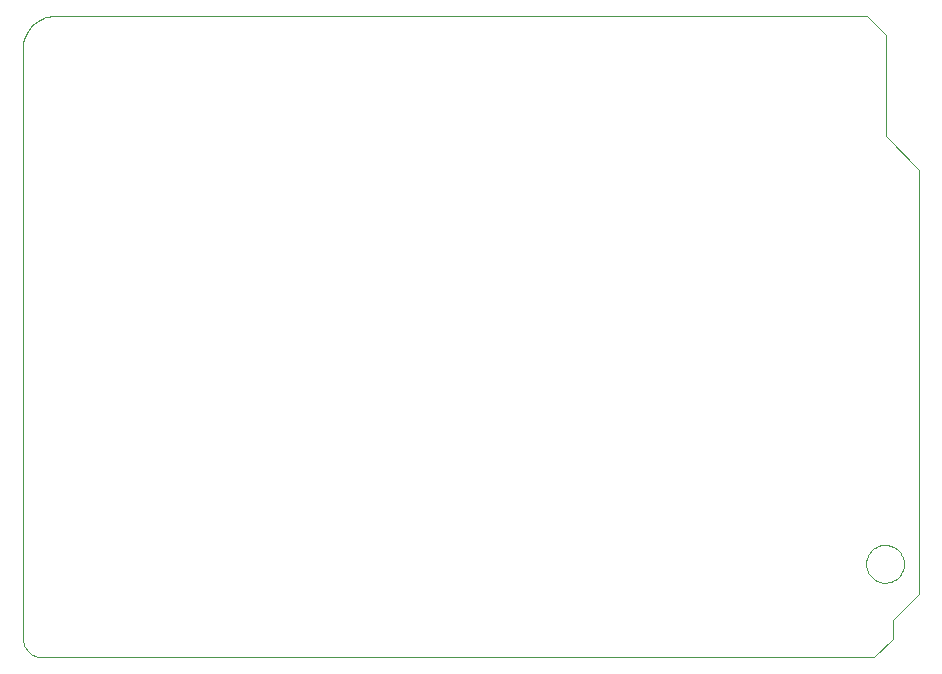
<source format=gbp>
G75*
G70*
%OFA0B0*%
%FSLAX24Y24*%
%IPPOS*%
%LPD*%
%AMOC8*
5,1,8,0,0,1.08239X$1,22.5*
%
%ADD10C,0.0000*%
%ADD11C,0.0039*%
D10*
X029336Y004277D02*
X029338Y004327D01*
X029344Y004377D01*
X029354Y004426D01*
X029368Y004474D01*
X029385Y004521D01*
X029406Y004566D01*
X029431Y004610D01*
X029459Y004651D01*
X029491Y004690D01*
X029525Y004727D01*
X029562Y004761D01*
X029602Y004791D01*
X029644Y004818D01*
X029688Y004842D01*
X029734Y004863D01*
X029781Y004879D01*
X029829Y004892D01*
X029879Y004901D01*
X029928Y004906D01*
X029979Y004907D01*
X030029Y004904D01*
X030078Y004897D01*
X030127Y004886D01*
X030175Y004871D01*
X030221Y004853D01*
X030266Y004831D01*
X030309Y004805D01*
X030350Y004776D01*
X030389Y004744D01*
X030425Y004709D01*
X030457Y004671D01*
X030487Y004631D01*
X030514Y004588D01*
X030537Y004544D01*
X030556Y004498D01*
X030572Y004450D01*
X030584Y004401D01*
X030592Y004352D01*
X030596Y004302D01*
X030596Y004252D01*
X030592Y004202D01*
X030584Y004153D01*
X030572Y004104D01*
X030556Y004056D01*
X030537Y004010D01*
X030514Y003966D01*
X030487Y003923D01*
X030457Y003883D01*
X030425Y003845D01*
X030389Y003810D01*
X030350Y003778D01*
X030309Y003749D01*
X030266Y003723D01*
X030221Y003701D01*
X030175Y003683D01*
X030127Y003668D01*
X030078Y003657D01*
X030029Y003650D01*
X029979Y003647D01*
X029928Y003648D01*
X029879Y003653D01*
X029829Y003662D01*
X029781Y003675D01*
X029734Y003691D01*
X029688Y003712D01*
X029644Y003736D01*
X029602Y003763D01*
X029562Y003793D01*
X029525Y003827D01*
X029491Y003864D01*
X029459Y003903D01*
X029431Y003944D01*
X029406Y003988D01*
X029385Y004033D01*
X029368Y004080D01*
X029354Y004128D01*
X029344Y004177D01*
X029338Y004227D01*
X029336Y004277D01*
D11*
X029607Y001160D02*
X001857Y001160D01*
X001808Y001162D01*
X001759Y001168D01*
X001711Y001177D01*
X001664Y001191D01*
X001618Y001208D01*
X001573Y001228D01*
X001530Y001252D01*
X001490Y001279D01*
X001451Y001310D01*
X001415Y001343D01*
X001382Y001379D01*
X001351Y001418D01*
X001324Y001458D01*
X001300Y001501D01*
X001280Y001546D01*
X001263Y001592D01*
X001249Y001639D01*
X001240Y001687D01*
X001234Y001736D01*
X001232Y001785D01*
X001232Y021535D01*
X001238Y021600D01*
X001247Y021663D01*
X001261Y021726D01*
X001278Y021788D01*
X001299Y021849D01*
X001323Y021909D01*
X001352Y021967D01*
X001383Y022023D01*
X001418Y022077D01*
X001456Y022129D01*
X001497Y022178D01*
X001542Y022225D01*
X001589Y022270D01*
X001638Y022311D01*
X001690Y022349D01*
X001744Y022384D01*
X001800Y022415D01*
X001858Y022444D01*
X001918Y022468D01*
X001979Y022489D01*
X002041Y022506D01*
X002104Y022520D01*
X002167Y022529D01*
X002232Y022535D01*
X029357Y022535D01*
X029982Y021910D01*
X029982Y018535D01*
X031107Y017410D01*
X031107Y003285D01*
X030232Y002410D01*
X030232Y001785D01*
X029607Y001160D01*
M02*

</source>
